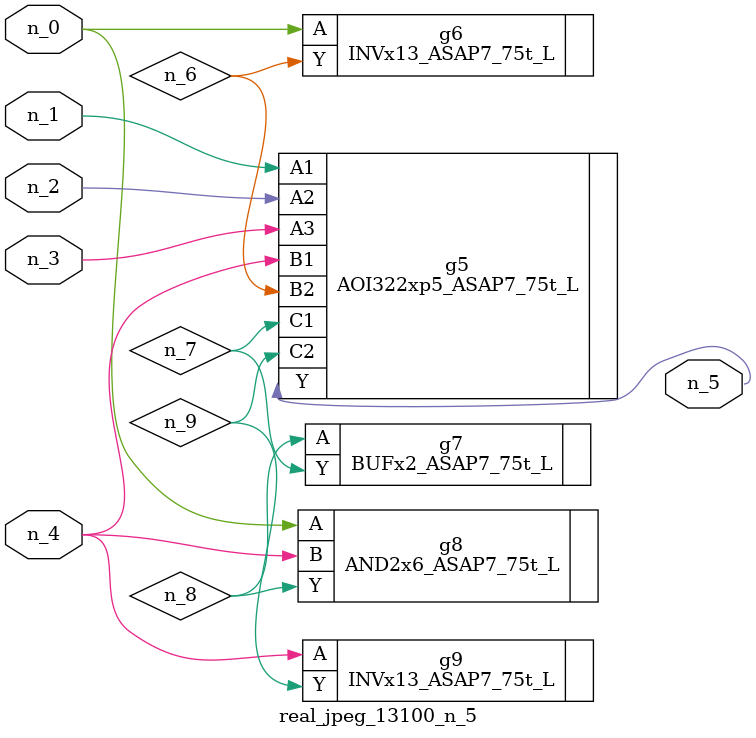
<source format=v>
module real_jpeg_13100_n_5 (n_4, n_0, n_1, n_2, n_3, n_5);

input n_4;
input n_0;
input n_1;
input n_2;
input n_3;

output n_5;

wire n_8;
wire n_6;
wire n_7;
wire n_9;

INVx13_ASAP7_75t_L g6 ( 
.A(n_0),
.Y(n_6)
);

AND2x6_ASAP7_75t_L g8 ( 
.A(n_0),
.B(n_4),
.Y(n_8)
);

AOI322xp5_ASAP7_75t_L g5 ( 
.A1(n_1),
.A2(n_2),
.A3(n_3),
.B1(n_4),
.B2(n_6),
.C1(n_7),
.C2(n_9),
.Y(n_5)
);

INVx13_ASAP7_75t_L g9 ( 
.A(n_4),
.Y(n_9)
);

BUFx2_ASAP7_75t_L g7 ( 
.A(n_8),
.Y(n_7)
);


endmodule
</source>
